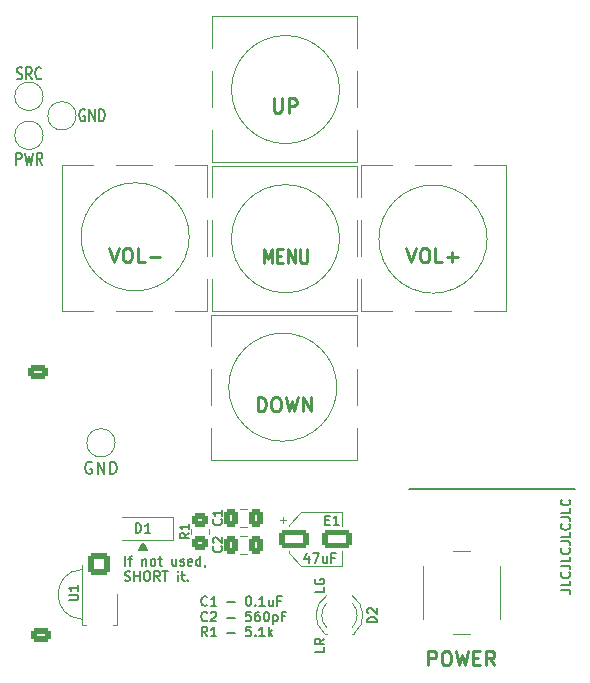
<source format=gbr>
%TF.GenerationSoftware,KiCad,Pcbnew,(6.0.10)*%
%TF.CreationDate,2023-01-19T00:21:36+09:00*%
%TF.ProjectId,monitor_control_board,6d6f6e69-746f-4725-9f63-6f6e74726f6c,rev?*%
%TF.SameCoordinates,PX7ab4257PY723a4bd*%
%TF.FileFunction,Legend,Top*%
%TF.FilePolarity,Positive*%
%FSLAX46Y46*%
G04 Gerber Fmt 4.6, Leading zero omitted, Abs format (unit mm)*
G04 Created by KiCad (PCBNEW (6.0.10)) date 2023-01-19 00:21:36*
%MOMM*%
%LPD*%
G01*
G04 APERTURE LIST*
G04 Aperture macros list*
%AMRoundRect*
0 Rectangle with rounded corners*
0 $1 Rounding radius*
0 $2 $3 $4 $5 $6 $7 $8 $9 X,Y pos of 4 corners*
0 Add a 4 corners polygon primitive as box body*
4,1,4,$2,$3,$4,$5,$6,$7,$8,$9,$2,$3,0*
0 Add four circle primitives for the rounded corners*
1,1,$1+$1,$2,$3*
1,1,$1+$1,$4,$5*
1,1,$1+$1,$6,$7*
1,1,$1+$1,$8,$9*
0 Add four rect primitives between the rounded corners*
20,1,$1+$1,$2,$3,$4,$5,0*
20,1,$1+$1,$4,$5,$6,$7,0*
20,1,$1+$1,$6,$7,$8,$9,0*
20,1,$1+$1,$8,$9,$2,$3,0*%
G04 Aperture macros list end*
%ADD10C,0.150000*%
%ADD11C,0.250000*%
%ADD12C,0.200000*%
%ADD13C,0.120000*%
%ADD14O,1.850000X3.048000*%
%ADD15RoundRect,0.250200X-0.649800X0.649800X-0.649800X-0.649800X0.649800X-0.649800X0.649800X0.649800X0*%
%ADD16C,1.800000*%
%ADD17R,1.800000X1.800000*%
%ADD18C,2.000000*%
%ADD19O,3.048000X1.850000*%
%ADD20RoundRect,0.250000X-1.050000X-0.550000X1.050000X-0.550000X1.050000X0.550000X-1.050000X0.550000X0*%
%ADD21RoundRect,0.250000X0.450000X-0.350000X0.450000X0.350000X-0.450000X0.350000X-0.450000X-0.350000X0*%
%ADD22RoundRect,0.250000X-0.337500X-0.475000X0.337500X-0.475000X0.337500X0.475000X-0.337500X0.475000X0*%
%ADD23R,1.300000X1.700000*%
%ADD24R,1.700000X1.700000*%
%ADD25O,1.700000X1.700000*%
%ADD26RoundRect,0.250000X0.625000X-0.350000X0.625000X0.350000X-0.625000X0.350000X-0.625000X-0.350000X0*%
%ADD27O,1.750000X1.200000*%
G04 APERTURE END LIST*
D10*
X12796872Y10631636D02*
X12796872Y10593541D01*
X12834968Y10707826D02*
X12834968Y10593541D01*
X12873063Y10784017D02*
X12873063Y10593541D01*
X12911158Y10860207D02*
X12911158Y10593541D01*
X12949253Y10898303D02*
X12949253Y10593541D01*
X12987349Y10974493D02*
X12987349Y10593541D01*
X13025444Y11050684D02*
X13025444Y10593541D01*
X13063539Y11126874D02*
X13063539Y10593541D01*
X13101634Y11203065D02*
X13101634Y10593541D01*
X13139729Y11126874D02*
X13139729Y10593541D01*
X13177825Y11050684D02*
X13177825Y10593541D01*
X13215920Y10974493D02*
X13215920Y10593541D01*
X13254015Y10898303D02*
X13254015Y10593541D01*
X13292110Y10860207D02*
X13292110Y10593541D01*
X13330206Y10784017D02*
X13330206Y10593541D01*
X13368301Y10707826D02*
X13368301Y10593541D01*
X13406396Y10593541D02*
X13101634Y11164969D01*
X12796872Y10593541D01*
X13406396Y10631636D02*
X13406396Y10593541D01*
X13101634Y11203065D02*
X13444491Y10593541D01*
X12758777Y10593541D01*
X13101634Y11203065D01*
X11577825Y9305541D02*
X11577825Y10105541D01*
X11844491Y9838874D02*
X12149253Y9838874D01*
X11958777Y9305541D02*
X11958777Y9991255D01*
X11996872Y10067445D01*
X12073063Y10105541D01*
X12149253Y10105541D01*
X13025444Y9838874D02*
X13025444Y9305541D01*
X13025444Y9762684D02*
X13063539Y9800779D01*
X13139729Y9838874D01*
X13254015Y9838874D01*
X13330206Y9800779D01*
X13368301Y9724588D01*
X13368301Y9305541D01*
X13863539Y9305541D02*
X13787349Y9343636D01*
X13749253Y9381731D01*
X13711158Y9457922D01*
X13711158Y9686493D01*
X13749253Y9762684D01*
X13787349Y9800779D01*
X13863539Y9838874D01*
X13977825Y9838874D01*
X14054015Y9800779D01*
X14092110Y9762684D01*
X14130206Y9686493D01*
X14130206Y9457922D01*
X14092110Y9381731D01*
X14054015Y9343636D01*
X13977825Y9305541D01*
X13863539Y9305541D01*
X14358777Y9838874D02*
X14663539Y9838874D01*
X14473063Y10105541D02*
X14473063Y9419826D01*
X14511158Y9343636D01*
X14587349Y9305541D01*
X14663539Y9305541D01*
X15882587Y9838874D02*
X15882587Y9305541D01*
X15539729Y9838874D02*
X15539729Y9419826D01*
X15577825Y9343636D01*
X15654015Y9305541D01*
X15768301Y9305541D01*
X15844491Y9343636D01*
X15882587Y9381731D01*
X16225444Y9343636D02*
X16301634Y9305541D01*
X16454015Y9305541D01*
X16530206Y9343636D01*
X16568301Y9419826D01*
X16568301Y9457922D01*
X16530206Y9534112D01*
X16454015Y9572207D01*
X16339729Y9572207D01*
X16263539Y9610303D01*
X16225444Y9686493D01*
X16225444Y9724588D01*
X16263539Y9800779D01*
X16339729Y9838874D01*
X16454015Y9838874D01*
X16530206Y9800779D01*
X17215920Y9343636D02*
X17139729Y9305541D01*
X16987349Y9305541D01*
X16911158Y9343636D01*
X16873063Y9419826D01*
X16873063Y9724588D01*
X16911158Y9800779D01*
X16987349Y9838874D01*
X17139729Y9838874D01*
X17215920Y9800779D01*
X17254015Y9724588D01*
X17254015Y9648398D01*
X16873063Y9572207D01*
X17939729Y9305541D02*
X17939729Y10105541D01*
X17939729Y9343636D02*
X17863539Y9305541D01*
X17711158Y9305541D01*
X17634968Y9343636D01*
X17596872Y9381731D01*
X17558777Y9457922D01*
X17558777Y9686493D01*
X17596872Y9762684D01*
X17634968Y9800779D01*
X17711158Y9838874D01*
X17863539Y9838874D01*
X17939729Y9800779D01*
X18358777Y9343636D02*
X18358777Y9305541D01*
X18320682Y9229350D01*
X18282587Y9191255D01*
X11539729Y8055636D02*
X11654015Y8017541D01*
X11844491Y8017541D01*
X11920682Y8055636D01*
X11958777Y8093731D01*
X11996872Y8169922D01*
X11996872Y8246112D01*
X11958777Y8322303D01*
X11920682Y8360398D01*
X11844491Y8398493D01*
X11692110Y8436588D01*
X11615920Y8474684D01*
X11577825Y8512779D01*
X11539729Y8588969D01*
X11539729Y8665160D01*
X11577825Y8741350D01*
X11615920Y8779445D01*
X11692110Y8817541D01*
X11882587Y8817541D01*
X11996872Y8779445D01*
X12339729Y8017541D02*
X12339729Y8817541D01*
X12339729Y8436588D02*
X12796872Y8436588D01*
X12796872Y8017541D02*
X12796872Y8817541D01*
X13330206Y8817541D02*
X13482587Y8817541D01*
X13558777Y8779445D01*
X13634968Y8703255D01*
X13673063Y8550874D01*
X13673063Y8284207D01*
X13634968Y8131826D01*
X13558777Y8055636D01*
X13482587Y8017541D01*
X13330206Y8017541D01*
X13254015Y8055636D01*
X13177825Y8131826D01*
X13139729Y8284207D01*
X13139729Y8550874D01*
X13177825Y8703255D01*
X13254015Y8779445D01*
X13330206Y8817541D01*
X14473063Y8017541D02*
X14206396Y8398493D01*
X14015920Y8017541D02*
X14015920Y8817541D01*
X14320682Y8817541D01*
X14396872Y8779445D01*
X14434968Y8741350D01*
X14473063Y8665160D01*
X14473063Y8550874D01*
X14434968Y8474684D01*
X14396872Y8436588D01*
X14320682Y8398493D01*
X14015920Y8398493D01*
X14701634Y8817541D02*
X15158777Y8817541D01*
X14930206Y8017541D02*
X14930206Y8817541D01*
X16034968Y8017541D02*
X16034968Y8550874D01*
X16034968Y8817541D02*
X15996872Y8779445D01*
X16034968Y8741350D01*
X16073063Y8779445D01*
X16034968Y8817541D01*
X16034968Y8741350D01*
X16301634Y8550874D02*
X16606396Y8550874D01*
X16415920Y8817541D02*
X16415920Y8131826D01*
X16454015Y8055636D01*
X16530206Y8017541D01*
X16606396Y8017541D01*
X16873063Y8093731D02*
X16911158Y8055636D01*
X16873063Y8017541D01*
X16834968Y8055636D01*
X16873063Y8093731D01*
X16873063Y8017541D01*
X35610349Y15763445D02*
X49643849Y15763445D01*
X27120515Y10092874D02*
X27120515Y9559541D01*
X26930039Y10397636D02*
X26739563Y9826207D01*
X27234801Y9826207D01*
X27463372Y10359541D02*
X27996706Y10359541D01*
X27653849Y9559541D01*
X28644325Y10092874D02*
X28644325Y9559541D01*
X28301468Y10092874D02*
X28301468Y9673826D01*
X28339563Y9597636D01*
X28415753Y9559541D01*
X28530039Y9559541D01*
X28606229Y9597636D01*
X28644325Y9635731D01*
X29291944Y9978588D02*
X29025277Y9978588D01*
X29025277Y9559541D02*
X29025277Y10359541D01*
X29406229Y10359541D01*
D11*
X22799506Y22357988D02*
X22799506Y23557988D01*
X23085220Y23557988D01*
X23256649Y23500845D01*
X23370934Y23386560D01*
X23428077Y23272274D01*
X23485220Y23043703D01*
X23485220Y22872274D01*
X23428077Y22643703D01*
X23370934Y22529417D01*
X23256649Y22415131D01*
X23085220Y22357988D01*
X22799506Y22357988D01*
X24228077Y23557988D02*
X24456649Y23557988D01*
X24570934Y23500845D01*
X24685220Y23386560D01*
X24742363Y23157988D01*
X24742363Y22757988D01*
X24685220Y22529417D01*
X24570934Y22415131D01*
X24456649Y22357988D01*
X24228077Y22357988D01*
X24113791Y22415131D01*
X23999506Y22529417D01*
X23942363Y22757988D01*
X23942363Y23157988D01*
X23999506Y23386560D01*
X24113791Y23500845D01*
X24228077Y23557988D01*
X25142363Y23557988D02*
X25428077Y22357988D01*
X25656649Y23215131D01*
X25885220Y22357988D01*
X26170934Y23557988D01*
X26628077Y22357988D02*
X26628077Y23557988D01*
X27313791Y22357988D01*
X27313791Y23557988D01*
D10*
X28415753Y7483065D02*
X28415753Y7102112D01*
X27615753Y7102112D01*
X27653849Y8168779D02*
X27615753Y8092588D01*
X27615753Y7978303D01*
X27653849Y7864017D01*
X27730039Y7787826D01*
X27806229Y7749731D01*
X27958610Y7711636D01*
X28072896Y7711636D01*
X28225277Y7749731D01*
X28301468Y7787826D01*
X28377658Y7864017D01*
X28415753Y7978303D01*
X28415753Y8054493D01*
X28377658Y8168779D01*
X28339563Y8206874D01*
X28072896Y8206874D01*
X28072896Y8054493D01*
D12*
X2387277Y50537684D02*
X2501563Y50490065D01*
X2692039Y50490065D01*
X2768229Y50537684D01*
X2806325Y50585303D01*
X2844420Y50680541D01*
X2844420Y50775779D01*
X2806325Y50871017D01*
X2768229Y50918636D01*
X2692039Y50966255D01*
X2539658Y51013874D01*
X2463468Y51061493D01*
X2425372Y51109112D01*
X2387277Y51204350D01*
X2387277Y51299588D01*
X2425372Y51394826D01*
X2463468Y51442445D01*
X2539658Y51490065D01*
X2730134Y51490065D01*
X2844420Y51442445D01*
X3644420Y50490065D02*
X3377753Y50966255D01*
X3187277Y50490065D02*
X3187277Y51490065D01*
X3492039Y51490065D01*
X3568229Y51442445D01*
X3606325Y51394826D01*
X3644420Y51299588D01*
X3644420Y51156731D01*
X3606325Y51061493D01*
X3568229Y51013874D01*
X3492039Y50966255D01*
X3187277Y50966255D01*
X4444420Y50585303D02*
X4406325Y50537684D01*
X4292039Y50490065D01*
X4215849Y50490065D01*
X4101563Y50537684D01*
X4025372Y50632922D01*
X3987277Y50728160D01*
X3949182Y50918636D01*
X3949182Y51061493D01*
X3987277Y51251969D01*
X4025372Y51347207D01*
X4101563Y51442445D01*
X4215849Y51490065D01*
X4292039Y51490065D01*
X4406325Y51442445D01*
X4444420Y51394826D01*
D11*
X23304515Y34905588D02*
X23304515Y36105588D01*
X23637849Y35248445D01*
X23971182Y36105588D01*
X23971182Y34905588D01*
X24447372Y35534160D02*
X24780706Y35534160D01*
X24923563Y34905588D02*
X24447372Y34905588D01*
X24447372Y36105588D01*
X24923563Y36105588D01*
X25352134Y34905588D02*
X25352134Y36105588D01*
X25923563Y34905588D01*
X25923563Y36105588D01*
X26399753Y36105588D02*
X26399753Y35134160D01*
X26447372Y35019874D01*
X26494991Y34962731D01*
X26590229Y34905588D01*
X26780706Y34905588D01*
X26875944Y34962731D01*
X26923563Y35019874D01*
X26971182Y35134160D01*
X26971182Y36105588D01*
X37220420Y869588D02*
X37220420Y2069588D01*
X37677563Y2069588D01*
X37791849Y2012445D01*
X37848991Y1955303D01*
X37906134Y1841017D01*
X37906134Y1669588D01*
X37848991Y1555303D01*
X37791849Y1498160D01*
X37677563Y1441017D01*
X37220420Y1441017D01*
X38648991Y2069588D02*
X38877563Y2069588D01*
X38991849Y2012445D01*
X39106134Y1898160D01*
X39163277Y1669588D01*
X39163277Y1269588D01*
X39106134Y1041017D01*
X38991849Y926731D01*
X38877563Y869588D01*
X38648991Y869588D01*
X38534706Y926731D01*
X38420420Y1041017D01*
X38363277Y1269588D01*
X38363277Y1669588D01*
X38420420Y1898160D01*
X38534706Y2012445D01*
X38648991Y2069588D01*
X39563277Y2069588D02*
X39848991Y869588D01*
X40077563Y1726731D01*
X40306134Y869588D01*
X40591849Y2069588D01*
X41048991Y1498160D02*
X41448991Y1498160D01*
X41620420Y869588D02*
X41048991Y869588D01*
X41048991Y2069588D01*
X41620420Y2069588D01*
X42820420Y869588D02*
X42420420Y1441017D01*
X42134706Y869588D02*
X42134706Y2069588D01*
X42591849Y2069588D01*
X42706134Y2012445D01*
X42763277Y1955303D01*
X42820420Y1841017D01*
X42820420Y1669588D01*
X42763277Y1555303D01*
X42706134Y1498160D01*
X42591849Y1441017D01*
X42134706Y1441017D01*
X24139191Y48856388D02*
X24139191Y47884960D01*
X24196334Y47770674D01*
X24253477Y47713531D01*
X24367763Y47656388D01*
X24596334Y47656388D01*
X24710620Y47713531D01*
X24767763Y47770674D01*
X24824906Y47884960D01*
X24824906Y48856388D01*
X25396334Y47656388D02*
X25396334Y48856388D01*
X25853477Y48856388D01*
X25967763Y48799245D01*
X26024906Y48742103D01*
X26082049Y48627817D01*
X26082049Y48456388D01*
X26024906Y48342103D01*
X25967763Y48284960D01*
X25853477Y48227817D01*
X25396334Y48227817D01*
X10201106Y36207188D02*
X10601106Y35007188D01*
X11001106Y36207188D01*
X11629677Y36207188D02*
X11858249Y36207188D01*
X11972534Y36150045D01*
X12086820Y36035760D01*
X12143963Y35807188D01*
X12143963Y35407188D01*
X12086820Y35178617D01*
X11972534Y35064331D01*
X11858249Y35007188D01*
X11629677Y35007188D01*
X11515391Y35064331D01*
X11401106Y35178617D01*
X11343963Y35407188D01*
X11343963Y35807188D01*
X11401106Y36035760D01*
X11515391Y36150045D01*
X11629677Y36207188D01*
X13229677Y35007188D02*
X12658249Y35007188D01*
X12658249Y36207188D01*
X13629677Y35464331D02*
X14543963Y35464331D01*
D10*
X28415753Y2403065D02*
X28415753Y2022112D01*
X27615753Y2022112D01*
X28415753Y3126874D02*
X28034801Y2860207D01*
X28415753Y2669731D02*
X27615753Y2669731D01*
X27615753Y2974493D01*
X27653849Y3050684D01*
X27691944Y3088779D01*
X27768134Y3126874D01*
X27882420Y3126874D01*
X27958610Y3088779D01*
X27996706Y3050684D01*
X28034801Y2974493D01*
X28034801Y2669731D01*
D12*
X8140325Y47886445D02*
X8064134Y47934065D01*
X7949849Y47934065D01*
X7835563Y47886445D01*
X7759372Y47791207D01*
X7721277Y47695969D01*
X7683182Y47505493D01*
X7683182Y47362636D01*
X7721277Y47172160D01*
X7759372Y47076922D01*
X7835563Y46981684D01*
X7949849Y46934065D01*
X8026039Y46934065D01*
X8140325Y46981684D01*
X8178420Y47029303D01*
X8178420Y47362636D01*
X8026039Y47362636D01*
X8521277Y46934065D02*
X8521277Y47934065D01*
X8978420Y46934065D01*
X8978420Y47934065D01*
X9359372Y46934065D02*
X9359372Y47934065D01*
X9549849Y47934065D01*
X9664134Y47886445D01*
X9740325Y47791207D01*
X9778420Y47695969D01*
X9816515Y47505493D01*
X9816515Y47362636D01*
X9778420Y47172160D01*
X9740325Y47076922D01*
X9664134Y46981684D01*
X9549849Y46934065D01*
X9359372Y46934065D01*
D10*
X8749944Y18041445D02*
X8654706Y18089065D01*
X8511849Y18089065D01*
X8368991Y18041445D01*
X8273753Y17946207D01*
X8226134Y17850969D01*
X8178515Y17660493D01*
X8178515Y17517636D01*
X8226134Y17327160D01*
X8273753Y17231922D01*
X8368991Y17136684D01*
X8511849Y17089065D01*
X8607087Y17089065D01*
X8749944Y17136684D01*
X8797563Y17184303D01*
X8797563Y17517636D01*
X8607087Y17517636D01*
X9226134Y17089065D02*
X9226134Y18089065D01*
X9797563Y17089065D01*
X9797563Y18089065D01*
X10273753Y17089065D02*
X10273753Y18089065D01*
X10511849Y18089065D01*
X10654706Y18041445D01*
X10749944Y17946207D01*
X10797563Y17850969D01*
X10845182Y17660493D01*
X10845182Y17517636D01*
X10797563Y17327160D01*
X10749944Y17231922D01*
X10654706Y17136684D01*
X10511849Y17089065D01*
X10273753Y17089065D01*
D12*
X2349182Y43251065D02*
X2349182Y44251065D01*
X2653944Y44251065D01*
X2730134Y44203445D01*
X2768229Y44155826D01*
X2806325Y44060588D01*
X2806325Y43917731D01*
X2768229Y43822493D01*
X2730134Y43774874D01*
X2653944Y43727255D01*
X2349182Y43727255D01*
X3072991Y44251065D02*
X3263468Y43251065D01*
X3415849Y43965350D01*
X3568229Y43251065D01*
X3758706Y44251065D01*
X4520610Y43251065D02*
X4253944Y43727255D01*
X4063468Y43251065D02*
X4063468Y44251065D01*
X4368229Y44251065D01*
X4444420Y44203445D01*
X4482515Y44155826D01*
X4520610Y44060588D01*
X4520610Y43917731D01*
X4482515Y43822493D01*
X4444420Y43774874D01*
X4368229Y43727255D01*
X4063468Y43727255D01*
D10*
X18511968Y5970731D02*
X18473872Y5932636D01*
X18359587Y5894541D01*
X18283396Y5894541D01*
X18169110Y5932636D01*
X18092920Y6008826D01*
X18054825Y6085017D01*
X18016729Y6237398D01*
X18016729Y6351684D01*
X18054825Y6504065D01*
X18092920Y6580255D01*
X18169110Y6656445D01*
X18283396Y6694541D01*
X18359587Y6694541D01*
X18473872Y6656445D01*
X18511968Y6618350D01*
X19273872Y5894541D02*
X18816729Y5894541D01*
X19045301Y5894541D02*
X19045301Y6694541D01*
X18969110Y6580255D01*
X18892920Y6504065D01*
X18816729Y6465969D01*
X20226253Y6199303D02*
X20835777Y6199303D01*
X21978634Y6694541D02*
X22054825Y6694541D01*
X22131015Y6656445D01*
X22169110Y6618350D01*
X22207206Y6542160D01*
X22245301Y6389779D01*
X22245301Y6199303D01*
X22207206Y6046922D01*
X22169110Y5970731D01*
X22131015Y5932636D01*
X22054825Y5894541D01*
X21978634Y5894541D01*
X21902444Y5932636D01*
X21864349Y5970731D01*
X21826253Y6046922D01*
X21788158Y6199303D01*
X21788158Y6389779D01*
X21826253Y6542160D01*
X21864349Y6618350D01*
X21902444Y6656445D01*
X21978634Y6694541D01*
X22588158Y5970731D02*
X22626253Y5932636D01*
X22588158Y5894541D01*
X22550063Y5932636D01*
X22588158Y5970731D01*
X22588158Y5894541D01*
X23388158Y5894541D02*
X22931015Y5894541D01*
X23159587Y5894541D02*
X23159587Y6694541D01*
X23083396Y6580255D01*
X23007206Y6504065D01*
X22931015Y6465969D01*
X24073872Y6427874D02*
X24073872Y5894541D01*
X23731015Y6427874D02*
X23731015Y6008826D01*
X23769110Y5932636D01*
X23845301Y5894541D01*
X23959587Y5894541D01*
X24035777Y5932636D01*
X24073872Y5970731D01*
X24721491Y6313588D02*
X24454825Y6313588D01*
X24454825Y5894541D02*
X24454825Y6694541D01*
X24835777Y6694541D01*
X18511968Y4682731D02*
X18473872Y4644636D01*
X18359587Y4606541D01*
X18283396Y4606541D01*
X18169110Y4644636D01*
X18092920Y4720826D01*
X18054825Y4797017D01*
X18016729Y4949398D01*
X18016729Y5063684D01*
X18054825Y5216065D01*
X18092920Y5292255D01*
X18169110Y5368445D01*
X18283396Y5406541D01*
X18359587Y5406541D01*
X18473872Y5368445D01*
X18511968Y5330350D01*
X18816729Y5330350D02*
X18854825Y5368445D01*
X18931015Y5406541D01*
X19121491Y5406541D01*
X19197682Y5368445D01*
X19235777Y5330350D01*
X19273872Y5254160D01*
X19273872Y5177969D01*
X19235777Y5063684D01*
X18778634Y4606541D01*
X19273872Y4606541D01*
X20226253Y4911303D02*
X20835777Y4911303D01*
X22207206Y5406541D02*
X21826253Y5406541D01*
X21788158Y5025588D01*
X21826253Y5063684D01*
X21902444Y5101779D01*
X22092920Y5101779D01*
X22169110Y5063684D01*
X22207206Y5025588D01*
X22245301Y4949398D01*
X22245301Y4758922D01*
X22207206Y4682731D01*
X22169110Y4644636D01*
X22092920Y4606541D01*
X21902444Y4606541D01*
X21826253Y4644636D01*
X21788158Y4682731D01*
X22931015Y5406541D02*
X22778634Y5406541D01*
X22702444Y5368445D01*
X22664349Y5330350D01*
X22588158Y5216065D01*
X22550063Y5063684D01*
X22550063Y4758922D01*
X22588158Y4682731D01*
X22626253Y4644636D01*
X22702444Y4606541D01*
X22854825Y4606541D01*
X22931015Y4644636D01*
X22969110Y4682731D01*
X23007206Y4758922D01*
X23007206Y4949398D01*
X22969110Y5025588D01*
X22931015Y5063684D01*
X22854825Y5101779D01*
X22702444Y5101779D01*
X22626253Y5063684D01*
X22588158Y5025588D01*
X22550063Y4949398D01*
X23502444Y5406541D02*
X23578634Y5406541D01*
X23654825Y5368445D01*
X23692920Y5330350D01*
X23731015Y5254160D01*
X23769110Y5101779D01*
X23769110Y4911303D01*
X23731015Y4758922D01*
X23692920Y4682731D01*
X23654825Y4644636D01*
X23578634Y4606541D01*
X23502444Y4606541D01*
X23426253Y4644636D01*
X23388158Y4682731D01*
X23350063Y4758922D01*
X23311968Y4911303D01*
X23311968Y5101779D01*
X23350063Y5254160D01*
X23388158Y5330350D01*
X23426253Y5368445D01*
X23502444Y5406541D01*
X24111968Y5139874D02*
X24111968Y4339874D01*
X24111968Y5101779D02*
X24188158Y5139874D01*
X24340539Y5139874D01*
X24416729Y5101779D01*
X24454825Y5063684D01*
X24492920Y4987493D01*
X24492920Y4758922D01*
X24454825Y4682731D01*
X24416729Y4644636D01*
X24340539Y4606541D01*
X24188158Y4606541D01*
X24111968Y4644636D01*
X25102444Y5025588D02*
X24835777Y5025588D01*
X24835777Y4606541D02*
X24835777Y5406541D01*
X25216729Y5406541D01*
X18511968Y3318541D02*
X18245301Y3699493D01*
X18054825Y3318541D02*
X18054825Y4118541D01*
X18359587Y4118541D01*
X18435777Y4080445D01*
X18473872Y4042350D01*
X18511968Y3966160D01*
X18511968Y3851874D01*
X18473872Y3775684D01*
X18435777Y3737588D01*
X18359587Y3699493D01*
X18054825Y3699493D01*
X19273872Y3318541D02*
X18816729Y3318541D01*
X19045301Y3318541D02*
X19045301Y4118541D01*
X18969110Y4004255D01*
X18892920Y3928065D01*
X18816729Y3889969D01*
X20226253Y3623303D02*
X20835777Y3623303D01*
X22207206Y4118541D02*
X21826253Y4118541D01*
X21788158Y3737588D01*
X21826253Y3775684D01*
X21902444Y3813779D01*
X22092920Y3813779D01*
X22169110Y3775684D01*
X22207206Y3737588D01*
X22245301Y3661398D01*
X22245301Y3470922D01*
X22207206Y3394731D01*
X22169110Y3356636D01*
X22092920Y3318541D01*
X21902444Y3318541D01*
X21826253Y3356636D01*
X21788158Y3394731D01*
X22588158Y3394731D02*
X22626253Y3356636D01*
X22588158Y3318541D01*
X22550063Y3356636D01*
X22588158Y3394731D01*
X22588158Y3318541D01*
X23388158Y3318541D02*
X22931015Y3318541D01*
X23159587Y3318541D02*
X23159587Y4118541D01*
X23083396Y4004255D01*
X23007206Y3928065D01*
X22931015Y3889969D01*
X23731015Y3318541D02*
X23731015Y4118541D01*
X23807206Y3623303D02*
X24035777Y3318541D01*
X24035777Y3851874D02*
X23731015Y3547112D01*
D11*
X35370706Y36181788D02*
X35770706Y34981788D01*
X36170706Y36181788D01*
X36799277Y36181788D02*
X37027849Y36181788D01*
X37142134Y36124645D01*
X37256420Y36010360D01*
X37313563Y35781788D01*
X37313563Y35381788D01*
X37256420Y35153217D01*
X37142134Y35038931D01*
X37027849Y34981788D01*
X36799277Y34981788D01*
X36684991Y35038931D01*
X36570706Y35153217D01*
X36513563Y35381788D01*
X36513563Y35781788D01*
X36570706Y36010360D01*
X36684991Y36124645D01*
X36799277Y36181788D01*
X38399277Y34981788D02*
X37827849Y34981788D01*
X37827849Y36181788D01*
X38799277Y35438931D02*
X39713563Y35438931D01*
X39256420Y34981788D02*
X39256420Y35896074D01*
D10*
X48443753Y7242207D02*
X49015182Y7242207D01*
X49129468Y7204112D01*
X49205658Y7127922D01*
X49243753Y7013636D01*
X49243753Y6937445D01*
X49243753Y8004112D02*
X49243753Y7623160D01*
X48443753Y7623160D01*
X49167563Y8727922D02*
X49205658Y8689826D01*
X49243753Y8575541D01*
X49243753Y8499350D01*
X49205658Y8385065D01*
X49129468Y8308874D01*
X49053277Y8270779D01*
X48900896Y8232684D01*
X48786610Y8232684D01*
X48634229Y8270779D01*
X48558039Y8308874D01*
X48481849Y8385065D01*
X48443753Y8499350D01*
X48443753Y8575541D01*
X48481849Y8689826D01*
X48519944Y8727922D01*
X48443753Y9299350D02*
X49015182Y9299350D01*
X49129468Y9261255D01*
X49205658Y9185065D01*
X49243753Y9070779D01*
X49243753Y8994588D01*
X49243753Y10061255D02*
X49243753Y9680303D01*
X48443753Y9680303D01*
X49167563Y10785065D02*
X49205658Y10746969D01*
X49243753Y10632684D01*
X49243753Y10556493D01*
X49205658Y10442207D01*
X49129468Y10366017D01*
X49053277Y10327922D01*
X48900896Y10289826D01*
X48786610Y10289826D01*
X48634229Y10327922D01*
X48558039Y10366017D01*
X48481849Y10442207D01*
X48443753Y10556493D01*
X48443753Y10632684D01*
X48481849Y10746969D01*
X48519944Y10785065D01*
X48443753Y11356493D02*
X49015182Y11356493D01*
X49129468Y11318398D01*
X49205658Y11242207D01*
X49243753Y11127922D01*
X49243753Y11051731D01*
X49243753Y12118398D02*
X49243753Y11737445D01*
X48443753Y11737445D01*
X49167563Y12842207D02*
X49205658Y12804112D01*
X49243753Y12689826D01*
X49243753Y12613636D01*
X49205658Y12499350D01*
X49129468Y12423160D01*
X49053277Y12385065D01*
X48900896Y12346969D01*
X48786610Y12346969D01*
X48634229Y12385065D01*
X48558039Y12423160D01*
X48481849Y12499350D01*
X48443753Y12613636D01*
X48443753Y12689826D01*
X48481849Y12804112D01*
X48519944Y12842207D01*
X48443753Y13413636D02*
X49015182Y13413636D01*
X49129468Y13375541D01*
X49205658Y13299350D01*
X49243753Y13185065D01*
X49243753Y13108874D01*
X49243753Y14175541D02*
X49243753Y13794588D01*
X48443753Y13794588D01*
X49167563Y14899350D02*
X49205658Y14861255D01*
X49243753Y14746969D01*
X49243753Y14670779D01*
X49205658Y14556493D01*
X49129468Y14480303D01*
X49053277Y14442207D01*
X48900896Y14404112D01*
X48786610Y14404112D01*
X48634229Y14442207D01*
X48558039Y14480303D01*
X48481849Y14556493D01*
X48443753Y14670779D01*
X48443753Y14746969D01*
X48481849Y14861255D01*
X48519944Y14899350D01*
%TO.C,U1*%
X6787753Y6365522D02*
X7435372Y6365522D01*
X7511563Y6403617D01*
X7549658Y6441712D01*
X7587753Y6517903D01*
X7587753Y6670284D01*
X7549658Y6746474D01*
X7511563Y6784569D01*
X7435372Y6822665D01*
X6787753Y6822665D01*
X7587753Y7622665D02*
X7587753Y7165522D01*
X7587753Y7394093D02*
X6787753Y7394093D01*
X6902039Y7317903D01*
X6978229Y7241712D01*
X7016325Y7165522D01*
%TO.C,D2*%
X32860753Y4504969D02*
X32060753Y4504969D01*
X32060753Y4695445D01*
X32098849Y4809731D01*
X32175039Y4885922D01*
X32251229Y4924017D01*
X32403610Y4962112D01*
X32517896Y4962112D01*
X32670277Y4924017D01*
X32746468Y4885922D01*
X32822658Y4809731D01*
X32860753Y4695445D01*
X32860753Y4504969D01*
X32136944Y5266874D02*
X32098849Y5304969D01*
X32060753Y5381160D01*
X32060753Y5571636D01*
X32098849Y5647826D01*
X32136944Y5685922D01*
X32213134Y5724017D01*
X32289325Y5724017D01*
X32403610Y5685922D01*
X32860753Y5228779D01*
X32860753Y5724017D01*
%TO.C,E1*%
X28517468Y13153588D02*
X28784134Y13153588D01*
X28898420Y12734541D02*
X28517468Y12734541D01*
X28517468Y13534541D01*
X28898420Y13534541D01*
X29660325Y12734541D02*
X29203182Y12734541D01*
X29431753Y12734541D02*
X29431753Y13534541D01*
X29355563Y13420255D01*
X29279372Y13344065D01*
X29203182Y13305969D01*
%TO.C,R1*%
X16985753Y12074112D02*
X16604801Y11807445D01*
X16985753Y11616969D02*
X16185753Y11616969D01*
X16185753Y11921731D01*
X16223849Y11997922D01*
X16261944Y12036017D01*
X16338134Y12074112D01*
X16452420Y12074112D01*
X16528610Y12036017D01*
X16566706Y11997922D01*
X16604801Y11921731D01*
X16604801Y11616969D01*
X16985753Y12836017D02*
X16985753Y12378874D01*
X16985753Y12607445D02*
X16185753Y12607445D01*
X16300039Y12531255D01*
X16376229Y12455065D01*
X16414325Y12378874D01*
%TO.C,C1*%
X19703563Y13217112D02*
X19741658Y13179017D01*
X19779753Y13064731D01*
X19779753Y12988541D01*
X19741658Y12874255D01*
X19665468Y12798065D01*
X19589277Y12759969D01*
X19436896Y12721874D01*
X19322610Y12721874D01*
X19170229Y12759969D01*
X19094039Y12798065D01*
X19017849Y12874255D01*
X18979753Y12988541D01*
X18979753Y13064731D01*
X19017849Y13179017D01*
X19055944Y13217112D01*
X19779753Y13979017D02*
X19779753Y13521874D01*
X19779753Y13750445D02*
X18979753Y13750445D01*
X19094039Y13674255D01*
X19170229Y13598065D01*
X19208325Y13521874D01*
%TO.C,C2*%
X19703563Y10931112D02*
X19741658Y10893017D01*
X19779753Y10778731D01*
X19779753Y10702541D01*
X19741658Y10588255D01*
X19665468Y10512065D01*
X19589277Y10473969D01*
X19436896Y10435874D01*
X19322610Y10435874D01*
X19170229Y10473969D01*
X19094039Y10512065D01*
X19017849Y10588255D01*
X18979753Y10702541D01*
X18979753Y10778731D01*
X19017849Y10893017D01*
X19055944Y10931112D01*
X19055944Y11235874D02*
X19017849Y11273969D01*
X18979753Y11350160D01*
X18979753Y11540636D01*
X19017849Y11616826D01*
X19055944Y11654922D01*
X19132134Y11693017D01*
X19208325Y11693017D01*
X19322610Y11654922D01*
X19779753Y11197779D01*
X19779753Y11693017D01*
%TO.C,D1*%
X12477372Y12099541D02*
X12477372Y12899541D01*
X12667849Y12899541D01*
X12782134Y12861445D01*
X12858325Y12785255D01*
X12896420Y12709065D01*
X12934515Y12556684D01*
X12934515Y12442398D01*
X12896420Y12290017D01*
X12858325Y12213826D01*
X12782134Y12137636D01*
X12667849Y12099541D01*
X12477372Y12099541D01*
X13696420Y12099541D02*
X13239277Y12099541D01*
X13467849Y12099541D02*
X13467849Y12899541D01*
X13391658Y12785255D01*
X13315468Y12709065D01*
X13239277Y12670969D01*
D13*
%TO.C,SW1*%
X6217849Y43192445D02*
X8937849Y43192445D01*
X8937849Y30892445D02*
X6217849Y30892445D01*
X18517849Y43192445D02*
X18517849Y30892445D01*
X10797849Y43192445D02*
X13937849Y43192445D01*
X18517849Y30892445D02*
X15797849Y30892445D01*
X6217849Y30892445D02*
X6217849Y43192445D01*
X13937849Y30892445D02*
X10797849Y30892445D01*
X15797849Y43192445D02*
X18517849Y43192445D01*
X16986899Y37142445D02*
G75*
G03*
X16986899Y37142445I-4579050J0D01*
G01*
%TO.C,U1*%
X10894849Y4273445D02*
X10894849Y6873445D01*
X10544849Y4273445D02*
X10894849Y4273445D01*
X8224849Y4273445D02*
X7884849Y4273445D01*
X7884849Y4273445D02*
X7884849Y9363445D01*
X7883113Y8973362D02*
G75*
G03*
X7884849Y4773445I101736J-2099917D01*
G01*
%TO.C,D2*%
X30784849Y3535445D02*
X30940849Y3535445D01*
X28468849Y3535445D02*
X28624849Y3535445D01*
X28626241Y6767780D02*
G75*
G03*
X28469333Y3535445I1078608J-1672335D01*
G01*
X30784849Y4054484D02*
G75*
G03*
X30784686Y6136575I-1080000J1040961D01*
G01*
X28625012Y6136575D02*
G75*
G03*
X28624849Y4054484I1079837J-1041130D01*
G01*
X30940365Y3535445D02*
G75*
G03*
X30783457Y6767780I-1235516J1560000D01*
G01*
%TO.C,SW6*%
X40797849Y10512445D02*
X39297849Y10512445D01*
X43297849Y4762445D02*
X43297849Y9262445D01*
X39297849Y3512445D02*
X40797849Y3512445D01*
X36797849Y9262445D02*
X36797849Y4762445D01*
%TO.C,TP1*%
X4615849Y49037445D02*
G75*
G03*
X4615849Y49037445I-1200000J0D01*
G01*
%TO.C,SW5*%
X43817849Y43202445D02*
X43817849Y30902445D01*
X31517849Y30902445D02*
X31517849Y43202445D01*
X31517849Y43202445D02*
X34237849Y43202445D01*
X36097849Y43202445D02*
X39237849Y43202445D01*
X34237849Y30902445D02*
X31517849Y30902445D01*
X39237849Y30902445D02*
X36097849Y30902445D01*
X41097849Y43202445D02*
X43817849Y43202445D01*
X43817849Y30902445D02*
X41097849Y30902445D01*
X42206899Y36952445D02*
G75*
G03*
X42206899Y36952445I-4579050J0D01*
G01*
%TO.C,TP3*%
X4615849Y45735445D02*
G75*
G03*
X4615849Y45735445I-1200000J0D01*
G01*
%TO.C,TP2*%
X7409849Y47386445D02*
G75*
G03*
X7409849Y47386445I-1200000J0D01*
G01*
%TO.C,SW4*%
X31157849Y18222445D02*
X18857849Y18222445D01*
X31157849Y30522445D02*
X31157849Y27802445D01*
X18857849Y22802445D02*
X18857849Y25942445D01*
X31157849Y25942445D02*
X31157849Y22802445D01*
X18857849Y30522445D02*
X31157849Y30522445D01*
X18857849Y18222445D02*
X18857849Y20942445D01*
X31157849Y20942445D02*
X31157849Y18222445D01*
X18857849Y27802445D02*
X18857849Y30522445D01*
X29486899Y24412445D02*
G75*
G03*
X29486899Y24412445I-4579050J0D01*
G01*
%TO.C,E1*%
X25412849Y10376882D02*
X25412849Y10512445D01*
X26477286Y9312445D02*
X29932849Y9312445D01*
X26477286Y13832445D02*
X29932849Y13832445D01*
X24672849Y13132445D02*
X25172849Y13132445D01*
X29932849Y9312445D02*
X29932849Y10512445D01*
X25412849Y10376882D02*
X26477286Y9312445D01*
X25412849Y12768008D02*
X25412849Y12632445D01*
X25412849Y12768008D02*
X26477286Y13832445D01*
X29932849Y13832445D02*
X29932849Y12632445D01*
X24922849Y13382445D02*
X24922849Y12882445D01*
%TO.C,SW2*%
X18887849Y53082445D02*
X18887849Y55802445D01*
X18887849Y55802445D02*
X31187849Y55802445D01*
X31187849Y55802445D02*
X31187849Y53082445D01*
X18887849Y43502445D02*
X18887849Y46222445D01*
X31187849Y43502445D02*
X18887849Y43502445D01*
X31187849Y46222445D02*
X31187849Y43502445D01*
X31187849Y51222445D02*
X31187849Y48082445D01*
X18887849Y48082445D02*
X18887849Y51222445D01*
X29716899Y49612445D02*
G75*
G03*
X29716899Y49612445I-4579050J0D01*
G01*
%TO.C,R1*%
X17158849Y11980381D02*
X17158849Y12434509D01*
X18628849Y11980381D02*
X18628849Y12434509D01*
%TO.C,C1*%
X21315597Y14085445D02*
X21838101Y14085445D01*
X21315597Y12615445D02*
X21838101Y12615445D01*
%TO.C,TP4*%
X10711849Y19700445D02*
G75*
G03*
X10711849Y19700445I-1200000J0D01*
G01*
%TO.C,C2*%
X21315597Y10329445D02*
X21838101Y10329445D01*
X21315597Y11799445D02*
X21838101Y11799445D01*
%TO.C,D1*%
X11317849Y11461445D02*
X15617849Y11461445D01*
X15617849Y13461445D02*
X11317849Y13461445D01*
X15617849Y11461445D02*
X15617849Y13461445D01*
%TO.C,SW3*%
X18887849Y30873245D02*
X18887849Y33593245D01*
X18887849Y40453245D02*
X18887849Y43173245D01*
X31187849Y43173245D02*
X31187849Y40453245D01*
X18887849Y43173245D02*
X31187849Y43173245D01*
X18887849Y35453245D02*
X18887849Y38593245D01*
X31187849Y33593245D02*
X31187849Y30873245D01*
X31187849Y30873245D02*
X18887849Y30873245D01*
X31187849Y38593245D02*
X31187849Y35453245D01*
X29716899Y36983245D02*
G75*
G03*
X29716899Y36983245I-4579050J0D01*
G01*
%TD*%
%LPC*%
D14*
%TO.C,SW1*%
X9867849Y30792445D03*
X9867849Y43292445D03*
X14867849Y30792445D03*
X14867849Y43292445D03*
%TD*%
D15*
%TO.C,U1*%
X9384849Y9413445D03*
D16*
X9384849Y6873445D03*
X9384849Y4333445D03*
%TD*%
D17*
%TO.C,D2*%
X29704849Y2555445D03*
D16*
X29704849Y5095445D03*
X29704849Y7635445D03*
%TD*%
D18*
%TO.C,SW6*%
X37797849Y10262445D03*
X37797849Y3762445D03*
X42297849Y3762445D03*
X42297849Y10262445D03*
%TD*%
%TO.C,TP1*%
X3415849Y49037445D03*
%TD*%
D14*
%TO.C,SW5*%
X40167849Y30802445D03*
X40167849Y43302445D03*
X35167849Y43302445D03*
X35167849Y30802445D03*
%TD*%
D18*
%TO.C,TP3*%
X3415849Y45735445D03*
%TD*%
%TO.C,TP2*%
X6209849Y47386445D03*
%TD*%
D19*
%TO.C,SW4*%
X18757849Y21872445D03*
X31257849Y21872445D03*
X31257849Y26872445D03*
X18757849Y26872445D03*
%TD*%
D20*
%TO.C,E1*%
X25872849Y11572445D03*
X29472849Y11572445D03*
%TD*%
D19*
%TO.C,SW2*%
X31287849Y52152445D03*
X18787849Y52152445D03*
X31287849Y47152445D03*
X18787849Y47152445D03*
%TD*%
D21*
%TO.C,R1*%
X17893849Y11207445D03*
X17893849Y13207445D03*
%TD*%
D22*
%TO.C,C1*%
X20539349Y13350445D03*
X22614349Y13350445D03*
%TD*%
D18*
%TO.C,TP4*%
X9511849Y19700445D03*
%TD*%
D22*
%TO.C,C2*%
X20539349Y11064445D03*
X22614349Y11064445D03*
%TD*%
D23*
%TO.C,D1*%
X14817849Y12461445D03*
X11317849Y12461445D03*
%TD*%
D19*
%TO.C,SW3*%
X18787849Y39523245D03*
X31287849Y39523245D03*
X31287849Y34523245D03*
X18787849Y34523245D03*
%TD*%
D24*
%TO.C,J5*%
X23481849Y1666445D03*
D25*
X20941849Y1666445D03*
X18401849Y1666445D03*
X15861849Y1666445D03*
X13321849Y1666445D03*
%TD*%
D26*
%TO.C,J3*%
X4177849Y25702445D03*
D27*
X4177849Y27702445D03*
X4177849Y29702445D03*
X4177849Y31702445D03*
X4177849Y33702445D03*
X4177849Y35702445D03*
X4177849Y37702445D03*
X4177849Y39702445D03*
%TD*%
D24*
%TO.C,J2*%
X46595849Y42799445D03*
D25*
X46595849Y40259445D03*
X46595849Y37719445D03*
X46595849Y35179445D03*
X46595849Y32639445D03*
X46595849Y30099445D03*
X46595849Y27559445D03*
X46595849Y25019445D03*
%TD*%
D26*
%TO.C,J6*%
X4418049Y3444445D03*
D27*
X4418049Y5444445D03*
X4418049Y7444445D03*
X4418049Y9444445D03*
X4418049Y11444445D03*
%TD*%
M02*

</source>
